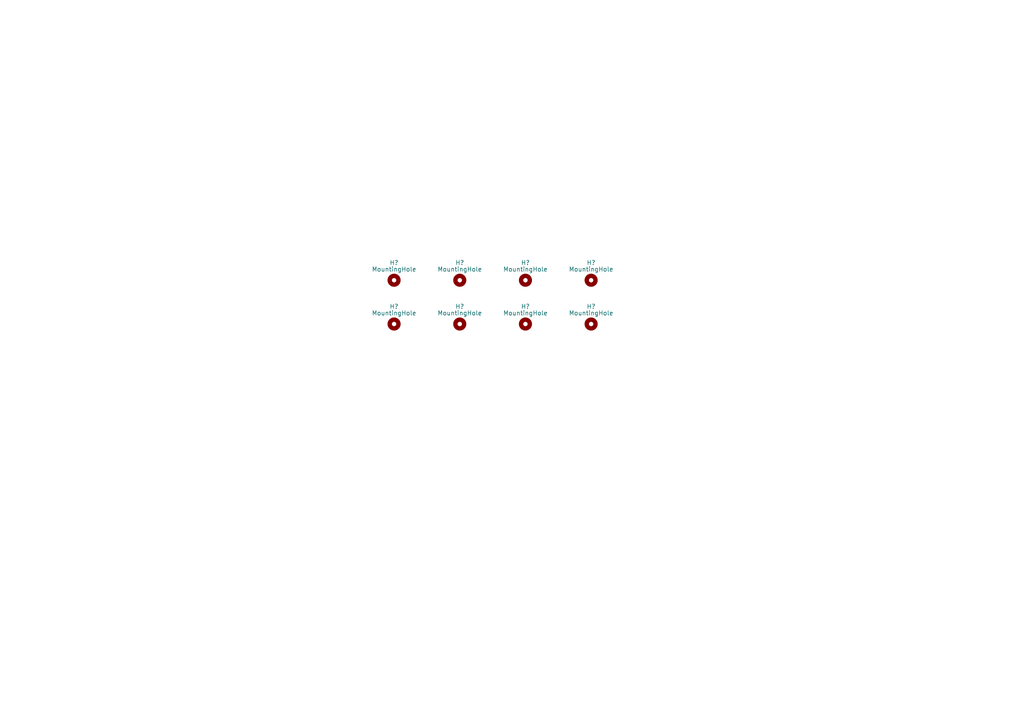
<source format=kicad_sch>
(kicad_sch (version 20230121) (generator eeschema)
  (paper "A4")
  (lib_symbols
    (symbol "Mechanical:MountingHole" (pin_names (offset 1.016))
      (property "Reference" "H" (at 0 5.08 0))
      (property "Value" "MountingHole" (at 0 3.175 0))
      (symbol "MountingHole_0_1"
        (circle (center 0 0) (radius 1.27) (stroke (width 1.27)))
      )
    )
  )
  (symbol (lib_id "Mechanical:MountingHole") (at 171.45 81.28 0) (unit 1)
    (property "Reference" "H?" (at 171.45 76.2 0))
    (property "Value" "MountingHole" (at 171.45 78.105 0))
    (property "Footprint" "MountingHole:MountingHole_3mm" (effects hide))
    (instances (project "VFD_Clock" (path "" (reference "H?") (unit 1))) (project "Nixie_Clock_Core" (path "" (reference "H2007") (unit 1))) (project "IN12_carrier" (path "" (reference "H1207") (unit 1))))
  )
  (symbol (lib_id "Mechanical:MountingHole") (at 171.45 93.98 0) (unit 1)
    (property "Reference" "H?" (at 171.45 88.9 0))
    (property "Value" "MountingHole" (at 171.45 90.805 0))
    (property "Footprint" "MountingHole:MountingHole_3mm" (effects hide))
    (instances (project "VFD_Clock" (path "" (reference "H?") (unit 1))) (project "Nixie_Clock_Core" (path "" (reference "H2008") (unit 1))) (project "IN12_carrier" (path "" (reference "H1208") (unit 1))))
  )
  (symbol (lib_id "Mechanical:MountingHole") (at 114.3 93.98 0) (unit 1)
    (property "Reference" "H?" (at 114.3 88.9 0))
    (property "Value" "MountingHole" (at 114.3 90.805 0))
    (property "Footprint" "MountingHole:MountingHole_3mm" (effects hide))
    (instances (project "VFD_Clock" (path "" (reference "H?") (unit 1))) (project "Nixie_Clock_Core" (path "" (reference "H2002") (unit 1))) (project "IN12_carrier" (path "" (reference "H1202") (unit 1))))
  )
  (symbol (lib_id "Mechanical:MountingHole") (at 152.4 93.98 0) (unit 1)
    (property "Reference" "H?" (at 152.4 88.9 0))
    (property "Value" "MountingHole" (at 152.4 90.805 0))
    (property "Footprint" "MountingHole:MountingHole_3mm" (effects hide))
    (instances (project "VFD_Clock" (path "" (reference "H?") (unit 1))) (project "Nixie_Clock_Core" (path "" (reference "H2006") (unit 1))) (project "IN12_carrier" (path "" (reference "H1206") (unit 1))))
  )
  (symbol (lib_id "Mechanical:MountingHole") (at 133.35 81.28 0) (unit 1)
    (property "Reference" "H?" (at 133.35 76.2 0))
    (property "Value" "MountingHole" (at 133.35 78.105 0))
    (property "Footprint" "MountingHole:MountingHole_3mm" (effects hide))
    (instances (project "VFD_Clock" (path "" (reference "H?") (unit 1))) (project "Nixie_Clock_Core" (path "" (reference "H2003") (unit 1))) (project "IN12_carrier" (path "" (reference "H1203") (unit 1))))
  )
  (symbol (lib_id "Mechanical:MountingHole") (at 114.3 81.28 0) (unit 1)
    (property "Reference" "H?" (at 114.3 76.2 0))
    (property "Value" "MountingHole" (at 114.3 78.105 0))
    (property "Footprint" "MountingHole:MountingHole_3mm" (effects hide))
    (instances (project "VFD_Clock" (path "" (reference "H?") (unit 1))) (project "Nixie_Clock_Core" (path "" (reference "H2001") (unit 1))) (project "IN12_carrier" (path "" (reference "H1201") (unit 1))))
  )
  (symbol (lib_id "Mechanical:MountingHole") (at 152.4 81.28 0) (unit 1)
    (property "Reference" "H?" (at 152.4 76.2 0))
    (property "Value" "MountingHole" (at 152.4 78.105 0))
    (property "Footprint" "MountingHole:MountingHole_3mm" (effects hide))
    (instances (project "VFD_Clock" (path "" (reference "H?") (unit 1))) (project "Nixie_Clock_Core" (path "" (reference "H2005") (unit 1))) (project "IN12_carrier" (path "" (reference "H1205") (unit 1))))
  )
  (symbol (lib_id "Mechanical:MountingHole") (at 133.35 93.98 0) (unit 1)
    (property "Reference" "H?" (at 133.35 88.9 0))
    (property "Value" "MountingHole" (at 133.35 90.805 0))
    (property "Footprint" "MountingHole:MountingHole_3mm" (effects hide))
    (instances (project "VFD_Clock" (path "" (reference "H?") (unit 1))) (project "Nixie_Clock_Core" (path "" (reference "H2004") (unit 1))) (project "IN12_carrier" (path "" (reference "H1204") (unit 1))))
  )
)
</source>
